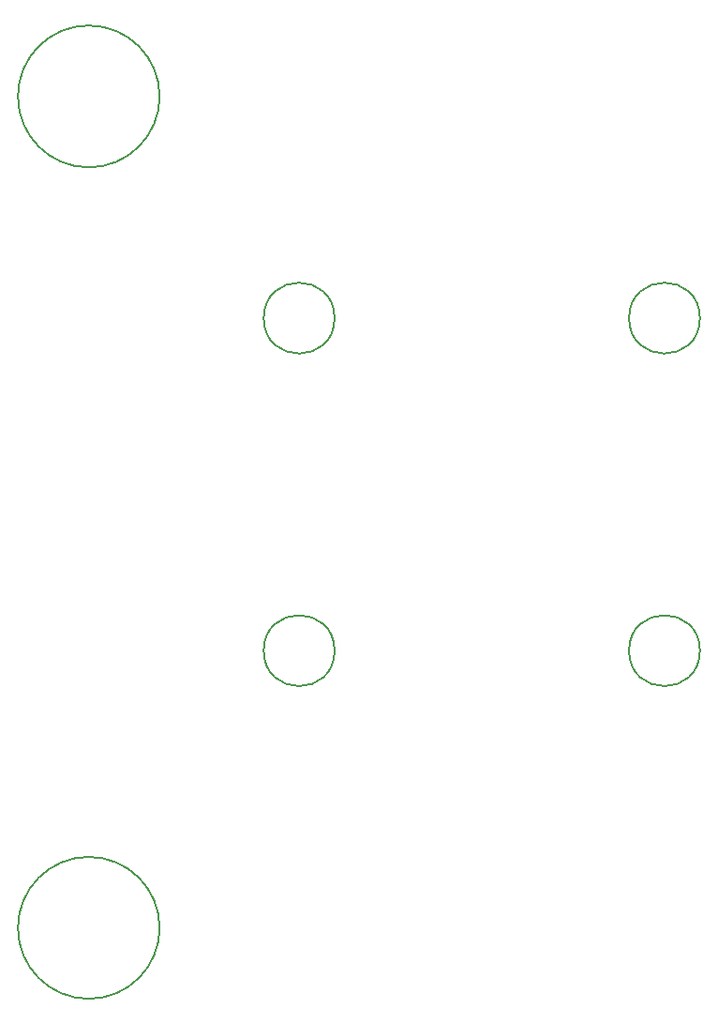
<source format=gbr>
G04 #@! TF.GenerationSoftware,KiCad,Pcbnew,(5.0.0)*
G04 #@! TF.CreationDate,2018-09-09T20:39:42+01:00*
G04 #@! TF.ProjectId,OpenSpritzer_1.02,4F70656E53707269747A65725F312E30,rev?*
G04 #@! TF.SameCoordinates,Original*
G04 #@! TF.FileFunction,Other,Comment*
%FSLAX46Y46*%
G04 Gerber Fmt 4.6, Leading zero omitted, Abs format (unit mm)*
G04 Created by KiCad (PCBNEW (5.0.0)) date 09/09/18 20:39:42*
%MOMM*%
%LPD*%
G01*
G04 APERTURE LIST*
%ADD10C,0.150000*%
G04 APERTURE END LIST*
D10*
G04 #@! TO.C,*
X106400000Y-150000000D02*
G75*
G03X106400000Y-150000000I-6400000J0D01*
G01*
X106400000Y-75000000D02*
G75*
G03X106400000Y-75000000I-6400000J0D01*
G01*
X122200000Y-95000000D02*
G75*
G03X122200000Y-95000000I-3200000J0D01*
G01*
X122200000Y-125000000D02*
G75*
G03X122200000Y-125000000I-3200000J0D01*
G01*
X155200000Y-95000000D02*
G75*
G03X155200000Y-95000000I-3200000J0D01*
G01*
X155200000Y-125000000D02*
G75*
G03X155200000Y-125000000I-3200000J0D01*
G01*
G04 #@! TD*
M02*

</source>
